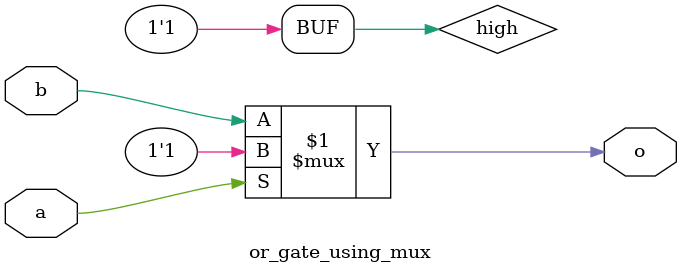
<source format=sv>

module mux
(
  input  d0, d1,
  input  sel,
  output y
);

  assign y = sel ? d1 : d0;

endmodule

//----------------------------------------------------------------------------
// Task
//----------------------------------------------------------------------------

module or_gate_using_mux
(
    input  a,
    input  b,
    output o
);

  // Task:

  // Implement or gate using instance(s) of mux,
  // constants 0 and 1, and wire connections
  wire high = 1'b1;
  assign o = a ? high : b;

endmodule

</source>
